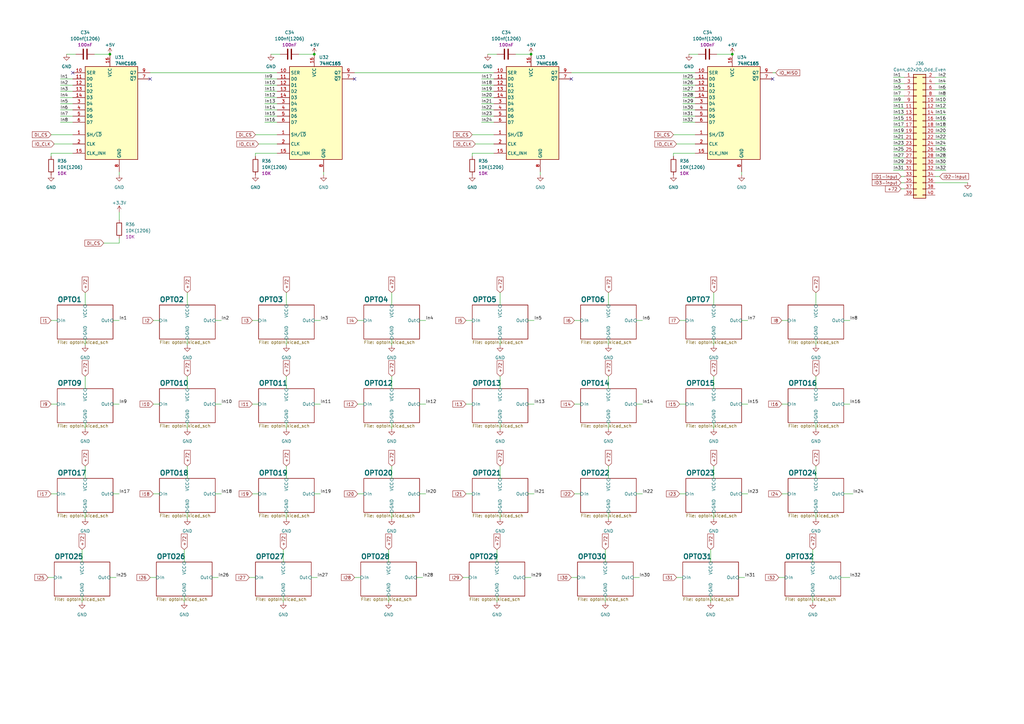
<source format=kicad_sch>
(kicad_sch (version 20230121) (generator eeschema)
  (paper "A3")
  (junction (at 128.905 22.225))
  (junction (at 45.085 22.225))
  (junction (at 217.805 22.225))
  (junction (at 300.355 22.225))
  (no_connect (at 316.865 32.385))
  (no_connect (at 145.415 32.385))
  (no_connect (at 29.845 29.845))
  (no_connect (at 234.315 32.385))
  (no_connect (at 61.595 32.385))
  (wire (pts (xy 75.565 244.475) (xy 75.565 247.015)))
  (wire (pts (xy 108.585 32.385) (xy 113.665 32.385)))
  (wire (pts (xy 383.54 41.91) (xy 387.985 41.91)))
  (wire (pts (xy 88.265 165.735) (xy 90.805 165.735)))
  (wire (pts (xy 235.585 131.445) (xy 238.125 131.445)))
  (wire (pts (xy 291.465 244.475) (xy 291.465 247.015)))
  (wire (pts (xy 366.395 69.85) (xy 370.84 69.85)))
  (wire (pts (xy 280.035 34.925) (xy 285.115 34.925)))
  (wire (pts (xy 304.165 202.565) (xy 306.705 202.565)))
  (wire (pts (xy 294.005 22.225) (xy 300.355 22.225)))
  (wire (pts (xy 117.475 154.305) (xy 117.475 159.385)))
  (wire (pts (xy 260.985 202.565) (xy 263.525 202.565)))
  (wire (pts (xy 20.955 131.445) (xy 23.495 131.445)))
  (wire (pts (xy 366.395 57.15) (xy 370.84 57.15)))
  (wire (pts (xy 20.955 165.735) (xy 23.495 165.735)))
  (wire (pts (xy 46.355 131.445) (xy 48.895 131.445)))
  (wire (pts (xy 48.895 71.755) (xy 48.895 70.485)))
  (wire (pts (xy 249.555 210.185) (xy 249.555 212.725)))
  (wire (pts (xy 280.035 45.085) (xy 285.115 45.085)))
  (wire (pts (xy 383.54 44.45) (xy 387.985 44.45)))
  (wire (pts (xy 259.715 236.855) (xy 262.255 236.855)))
  (wire (pts (xy 280.035 40.005) (xy 285.115 40.005)))
  (wire (pts (xy 34.925 191.135) (xy 34.925 196.215)))
  (wire (pts (xy 249.555 154.305) (xy 249.555 159.385)))
  (wire (pts (xy 346.075 202.565) (xy 349.885 202.565)))
  (wire (pts (xy 117.475 139.065) (xy 117.475 141.605)))
  (wire (pts (xy 108.585 47.625) (xy 113.665 47.625)))
  (wire (pts (xy 346.075 131.445) (xy 348.615 131.445)))
  (wire (pts (xy 113.665 62.865) (xy 104.775 62.865)))
  (wire (pts (xy 383.54 62.23) (xy 387.985 62.23)))
  (wire (pts (xy 127.635 236.855) (xy 130.175 236.855)))
  (wire (pts (xy 197.485 37.465) (xy 202.565 37.465)))
  (wire (pts (xy 19.685 236.855) (xy 22.225 236.855)))
  (wire (pts (xy 260.985 131.445) (xy 263.525 131.445)))
  (wire (pts (xy 27.305 22.225) (xy 31.115 22.225)))
  (wire (pts (xy 334.645 210.185) (xy 334.645 212.725)))
  (wire (pts (xy 276.225 62.865) (xy 276.225 64.135)))
  (wire (pts (xy 128.905 202.565) (xy 131.445 202.565)))
  (wire (pts (xy 146.685 165.735) (xy 149.225 165.735)))
  (wire (pts (xy 383.54 54.61) (xy 387.985 54.61)))
  (wire (pts (xy 24.765 42.545) (xy 29.845 42.545)))
  (wire (pts (xy 234.315 236.855) (xy 236.855 236.855)))
  (wire (pts (xy 61.595 29.845) (xy 113.665 29.845)))
  (wire (pts (xy 249.555 191.135) (xy 249.555 196.215)))
  (wire (pts (xy 172.085 165.735) (xy 174.625 165.735)))
  (wire (pts (xy 34.925 173.355) (xy 34.925 175.895)))
  (wire (pts (xy 216.535 131.445) (xy 219.075 131.445)))
  (wire (pts (xy 24.765 37.465) (xy 29.845 37.465)))
  (wire (pts (xy 221.615 71.755) (xy 221.615 70.485)))
  (wire (pts (xy 302.895 236.855) (xy 305.435 236.855)))
  (wire (pts (xy 366.395 31.75) (xy 370.84 31.75)))
  (wire (pts (xy 75.565 225.425) (xy 75.565 230.505)))
  (wire (pts (xy 205.105 139.065) (xy 205.105 141.605)))
  (wire (pts (xy 62.865 131.445) (xy 65.405 131.445)))
  (wire (pts (xy 172.085 202.565) (xy 174.625 202.565)))
  (wire (pts (xy 116.205 244.475) (xy 116.205 247.015)))
  (wire (pts (xy 235.585 202.565) (xy 238.125 202.565)))
  (wire (pts (xy 334.645 139.065) (xy 334.645 141.605)))
  (wire (pts (xy 189.865 236.855) (xy 192.405 236.855)))
  (wire (pts (xy 170.815 236.855) (xy 173.355 236.855)))
  (wire (pts (xy 292.735 191.135) (xy 292.735 196.215)))
  (wire (pts (xy 108.585 45.085) (xy 113.665 45.085)))
  (wire (pts (xy 205.105 120.015) (xy 205.105 125.095)))
  (wire (pts (xy 76.835 210.185) (xy 76.835 212.725)))
  (wire (pts (xy 383.54 69.85) (xy 387.985 69.85)))
  (wire (pts (xy 122.555 22.225) (xy 128.905 22.225)))
  (wire (pts (xy 278.765 131.445) (xy 281.305 131.445)))
  (wire (pts (xy 145.415 236.855) (xy 147.955 236.855)))
  (wire (pts (xy 88.265 131.445) (xy 90.805 131.445)))
  (wire (pts (xy 203.835 244.475) (xy 203.835 247.015)))
  (wire (pts (xy 108.585 42.545) (xy 113.665 42.545)))
  (wire (pts (xy 366.395 39.37) (xy 370.84 39.37)))
  (wire (pts (xy 202.565 62.865) (xy 193.675 62.865)))
  (wire (pts (xy 45.085 236.855) (xy 47.625 236.855)))
  (wire (pts (xy 205.105 191.135) (xy 205.105 196.215)))
  (wire (pts (xy 197.485 45.085) (xy 202.565 45.085)))
  (wire (pts (xy 383.54 31.75) (xy 387.985 31.75)))
  (wire (pts (xy 383.54 36.83) (xy 387.985 36.83)))
  (wire (pts (xy 128.905 165.735) (xy 131.445 165.735)))
  (wire (pts (xy 197.485 47.625) (xy 202.565 47.625)))
  (wire (pts (xy 334.645 191.135) (xy 334.645 196.215)))
  (wire (pts (xy 46.355 202.565) (xy 48.895 202.565)))
  (wire (pts (xy 46.355 165.735) (xy 48.895 165.735)))
  (wire (pts (xy 34.925 210.185) (xy 34.925 212.725)))
  (wire (pts (xy 160.655 210.185) (xy 160.655 212.725)))
  (wire (pts (xy 197.485 42.545) (xy 202.565 42.545)))
  (wire (pts (xy 366.395 59.69) (xy 370.84 59.69)))
  (wire (pts (xy 24.765 47.625) (xy 29.845 47.625)))
  (wire (pts (xy 366.395 36.83) (xy 370.84 36.83)))
  (wire (pts (xy 280.035 32.385) (xy 285.115 32.385)))
  (wire (pts (xy 160.655 191.135) (xy 160.655 196.215)))
  (wire (pts (xy 369.57 72.39) (xy 370.84 72.39)))
  (wire (pts (xy 193.675 55.245) (xy 202.565 55.245)))
  (wire (pts (xy 366.395 52.07) (xy 370.84 52.07)))
  (wire (pts (xy 249.555 139.065) (xy 249.555 141.605)))
  (wire (pts (xy 280.035 47.625) (xy 285.115 47.625)))
  (wire (pts (xy 292.735 120.015) (xy 292.735 125.095)))
  (wire (pts (xy 62.865 202.565) (xy 65.405 202.565)))
  (wire (pts (xy 369.57 77.47) (xy 370.84 77.47)))
  (wire (pts (xy 194.945 59.055) (xy 202.565 59.055)))
  (wire (pts (xy 205.105 173.355) (xy 205.105 175.895)))
  (wire (pts (xy 346.075 165.735) (xy 348.615 165.735)))
  (wire (pts (xy 48.895 86.995) (xy 48.895 90.17)))
  (wire (pts (xy 383.54 64.77) (xy 387.985 64.77)))
  (wire (pts (xy 334.645 173.355) (xy 334.645 175.895)))
  (wire (pts (xy 203.835 225.425) (xy 203.835 230.505)))
  (wire (pts (xy 280.035 37.465) (xy 285.115 37.465)))
  (wire (pts (xy 369.57 74.93) (xy 370.84 74.93)))
  (wire (pts (xy 106.045 59.055) (xy 113.665 59.055)))
  (wire (pts (xy 215.265 236.855) (xy 217.805 236.855)))
  (wire (pts (xy 319.405 236.855) (xy 321.945 236.855)))
  (wire (pts (xy 277.495 236.855) (xy 280.035 236.855)))
  (wire (pts (xy 234.315 29.845) (xy 285.115 29.845)))
  (wire (pts (xy 320.675 131.445) (xy 323.215 131.445)))
  (wire (pts (xy 103.505 165.735) (xy 106.045 165.735)))
  (wire (pts (xy 249.555 120.015) (xy 249.555 125.095)))
  (wire (pts (xy 104.775 55.245) (xy 113.665 55.245)))
  (wire (pts (xy 76.835 120.015) (xy 76.835 125.095)))
  (wire (pts (xy 86.995 236.855) (xy 89.535 236.855)))
  (wire (pts (xy 383.54 74.93) (xy 396.875 74.93)))
  (wire (pts (xy 20.955 202.565) (xy 23.495 202.565)))
  (wire (pts (xy 248.285 244.475) (xy 248.285 247.015)))
  (wire (pts (xy 320.675 165.735) (xy 323.215 165.735)))
  (wire (pts (xy 102.235 236.855) (xy 104.775 236.855)))
  (wire (pts (xy 383.54 52.07) (xy 387.985 52.07)))
  (wire (pts (xy 76.835 191.135) (xy 76.835 196.215)))
  (wire (pts (xy 76.835 154.305) (xy 76.835 159.385)))
  (wire (pts (xy 197.485 40.005) (xy 202.565 40.005)))
  (wire (pts (xy 304.165 165.735) (xy 306.705 165.735)))
  (wire (pts (xy 34.925 154.305) (xy 34.925 159.385)))
  (wire (pts (xy 291.465 225.425) (xy 291.465 230.505)))
  (wire (pts (xy 48.895 99.695) (xy 48.895 97.79)))
  (wire (pts (xy 76.835 139.065) (xy 76.835 141.605)))
  (wire (pts (xy 111.125 22.225) (xy 114.935 22.225)))
  (wire (pts (xy 108.585 34.925) (xy 113.665 34.925)))
  (wire (pts (xy 24.765 50.165) (xy 29.845 50.165)))
  (wire (pts (xy 366.395 64.77) (xy 370.84 64.77)))
  (wire (pts (xy 88.265 202.565) (xy 90.805 202.565)))
  (wire (pts (xy 172.085 131.445) (xy 174.625 131.445)))
  (wire (pts (xy 191.135 131.445) (xy 193.675 131.445)))
  (wire (pts (xy 285.115 62.865) (xy 276.225 62.865)))
  (wire (pts (xy 280.035 50.165) (xy 285.115 50.165)))
  (wire (pts (xy 292.735 139.065) (xy 292.735 141.605)))
  (wire (pts (xy 42.545 99.695) (xy 48.895 99.695)))
  (wire (pts (xy 320.675 202.565) (xy 323.215 202.565)))
  (wire (pts (xy 260.985 165.735) (xy 263.525 165.735)))
  (wire (pts (xy 366.395 49.53) (xy 370.84 49.53)))
  (wire (pts (xy 197.485 50.165) (xy 202.565 50.165)))
  (wire (pts (xy 383.54 39.37) (xy 387.985 39.37)))
  (wire (pts (xy 383.54 49.53) (xy 387.985 49.53)))
  (wire (pts (xy 278.765 202.565) (xy 281.305 202.565)))
  (wire (pts (xy 159.385 244.475) (xy 159.385 247.015)))
  (wire (pts (xy 235.585 165.735) (xy 238.125 165.735)))
  (wire (pts (xy 344.805 236.855) (xy 348.615 236.855)))
  (wire (pts (xy 108.585 50.165) (xy 113.665 50.165)))
  (wire (pts (xy 211.455 22.225) (xy 217.805 22.225)))
  (wire (pts (xy 117.475 120.015) (xy 117.475 125.095)))
  (wire (pts (xy 316.865 29.845) (xy 318.135 29.845)))
  (wire (pts (xy 34.925 120.015) (xy 34.925 125.095)))
  (wire (pts (xy 22.225 59.055) (xy 29.845 59.055)))
  (wire (pts (xy 366.395 67.31) (xy 370.84 67.31)))
  (wire (pts (xy 116.205 225.425) (xy 116.205 230.505)))
  (wire (pts (xy 117.475 173.355) (xy 117.475 175.895)))
  (wire (pts (xy 197.485 32.385) (xy 202.565 32.385)))
  (wire (pts (xy 193.675 62.865) (xy 193.675 64.135)))
  (wire (pts (xy 160.655 173.355) (xy 160.655 175.895)))
  (wire (pts (xy 108.585 37.465) (xy 113.665 37.465)))
  (wire (pts (xy 216.535 202.565) (xy 219.075 202.565)))
  (wire (pts (xy 383.54 46.99) (xy 387.985 46.99)))
  (wire (pts (xy 366.395 54.61) (xy 370.84 54.61)))
  (wire (pts (xy 276.225 55.245) (xy 285.115 55.245)))
  (wire (pts (xy 61.595 236.855) (xy 64.135 236.855)))
  (wire (pts (xy 366.395 44.45) (xy 370.84 44.45)))
  (wire (pts (xy 24.765 45.085) (xy 29.845 45.085)))
  (wire (pts (xy 132.715 71.755) (xy 132.715 70.485)))
  (wire (pts (xy 103.505 131.445) (xy 106.045 131.445)))
  (wire (pts (xy 33.655 244.475) (xy 33.655 247.015)))
  (wire (pts (xy 278.765 165.735) (xy 281.305 165.735)))
  (wire (pts (xy 160.655 139.065) (xy 160.655 141.605)))
  (wire (pts (xy 282.575 22.225) (xy 286.385 22.225)))
  (wire (pts (xy 383.54 67.31) (xy 387.985 67.31)))
  (wire (pts (xy 292.735 173.355) (xy 292.735 175.895)))
  (wire (pts (xy 33.655 225.425) (xy 33.655 230.505)))
  (wire (pts (xy 366.395 34.29) (xy 370.84 34.29)))
  (wire (pts (xy 146.685 131.445) (xy 149.225 131.445)))
  (wire (pts (xy 366.395 46.99) (xy 370.84 46.99)))
  (wire (pts (xy 20.955 55.245) (xy 29.845 55.245)))
  (wire (pts (xy 334.645 120.015) (xy 334.645 125.095)))
  (wire (pts (xy 383.54 72.39) (xy 385.445 72.39)))
  (wire (pts (xy 20.955 62.865) (xy 20.955 64.135)))
  (wire (pts (xy 333.375 244.475) (xy 333.375 247.015)))
  (wire (pts (xy 383.54 59.69) (xy 387.985 59.69)))
  (wire (pts (xy 117.475 210.185) (xy 117.475 212.725)))
  (wire (pts (xy 334.645 154.305) (xy 334.645 159.385)))
  (wire (pts (xy 249.555 173.355) (xy 249.555 175.895)))
  (wire (pts (xy 248.285 225.425) (xy 248.285 230.505)))
  (wire (pts (xy 383.54 34.29) (xy 387.985 34.29)))
  (wire (pts (xy 304.165 71.755) (xy 304.165 70.485)))
  (wire (pts (xy 304.165 131.445) (xy 306.705 131.445)))
  (wire (pts (xy 29.845 62.865) (xy 20.955 62.865)))
  (wire (pts (xy 38.735 22.225) (xy 45.085 22.225)))
  (wire (pts (xy 205.105 154.305) (xy 205.105 159.385)))
  (wire (pts (xy 280.035 42.545) (xy 285.115 42.545)))
  (wire (pts (xy 117.475 191.135) (xy 117.475 196.215)))
  (wire (pts (xy 24.765 32.385) (xy 29.845 32.385)))
  (wire (pts (xy 34.925 139.065) (xy 34.925 141.605)))
  (wire (pts (xy 104.775 62.865) (xy 104.775 64.135)))
  (wire (pts (xy 103.505 202.565) (xy 106.045 202.565)))
  (wire (pts (xy 216.535 165.735) (xy 219.075 165.735)))
  (wire (pts (xy 366.395 41.91) (xy 370.84 41.91)))
  (wire (pts (xy 383.54 57.15) (xy 387.985 57.15)))
  (wire (pts (xy 160.655 120.015) (xy 160.655 125.095)))
  (wire (pts (xy 292.735 210.185) (xy 292.735 212.725)))
  (wire (pts (xy 145.415 29.845) (xy 202.565 29.845)))
  (wire (pts (xy 24.765 34.925) (xy 29.845 34.925)))
  (wire (pts (xy 76.835 173.355) (xy 76.835 175.895)))
  (wire (pts (xy 191.135 202.565) (xy 193.675 202.565)))
  (wire (pts (xy 160.655 154.305) (xy 160.655 159.385)))
  (wire (pts (xy 146.685 202.565) (xy 149.225 202.565)))
  (wire (pts (xy 24.765 40.005) (xy 29.845 40.005)))
  (wire (pts (xy 333.375 225.425) (xy 333.375 230.505)))
  (wire (pts (xy 205.105 210.185) (xy 205.105 212.725)))
  (wire (pts (xy 108.585 40.005) (xy 113.665 40.005)))
  (wire (pts (xy 62.865 165.735) (xy 65.405 165.735)))
  (wire (pts (xy 128.905 131.445) (xy 131.445 131.445)))
  (wire (pts (xy 200.025 22.225) (xy 203.835 22.225)))
  (wire (pts (xy 292.735 154.305) (xy 292.735 159.385)))
  (wire (pts (xy 197.485 34.925) (xy 202.565 34.925)))
  (wire (pts (xy 191.135 165.735) (xy 193.675 165.735)))
  (wire (pts (xy 159.385 225.425) (xy 159.385 230.505)))
  (wire (pts (xy 277.495 59.055) (xy 285.115 59.055)))
  (wire (pts (xy 366.395 62.23) (xy 370.84 62.23)))
  (label "In32" (at 280.035 50.165 0))
  (label "In23" (at 306.705 202.565 0))
  (label "In17" (at 48.895 202.565 0))
  (label "In30" (at 387.985 67.31 180))
  (label "In29" (at 280.035 42.545 0))
  (label "In14" (at 108.585 45.085 0))
  (label "In14" (at 263.525 165.735 0))
  (label "In6" (at 387.985 36.83 180))
  (label "In28" (at 280.035 40.005 0))
  (label "In9" (at 366.395 41.91 0))
  (label "In23" (at 366.395 59.69 0))
  (label "In28" (at 387.985 64.77 180))
  (label "In27" (at 130.175 236.855 0))
  (label "In1" (at 366.395 31.75 0))
  (label "In13" (at 366.395 46.99 0))
  (label "In16" (at 387.985 49.53 180))
  (label "In4" (at 24.765 40.005 0))
  (label "In25" (at 280.035 32.385 0))
  (label "In30" (at 262.255 236.855 0))
  (label "In6" (at 24.765 45.085 0))
  (label "In7" (at 366.395 39.37 0))
  (label "In20" (at 197.485 40.005 0))
  (label "In29" (at 217.805 236.855 0))
  (label "In8" (at 387.985 39.37 180))
  (label "In32" (at 348.615 236.855 0))
  (label "In5" (at 219.075 131.445 0))
  (label "In3" (at 24.765 37.465 0))
  (label "In23" (at 197.485 47.625 0))
  (label "In14" (at 387.985 46.99 180))
  (label "In1" (at 24.765 32.385 0))
  (label "In12" (at 108.585 40.005 0))
  (label "In11" (at 108.585 37.465 0))
  (label "In18" (at 197.485 34.925 0))
  (label "In16" (at 108.585 50.165 0))
  (label "In11" (at 131.445 165.735 0))
  (label "In26" (at 89.535 236.855 0))
  (label "In31" (at 280.035 47.625 0))
  (label "In8" (at 348.615 131.445 0))
  (label "In15" (at 108.585 47.625 0))
  (label "In2" (at 90.805 131.445 0))
  (label "In12" (at 174.625 165.735 0))
  (label "In24" (at 197.485 50.165 0))
  (label "In9" (at 48.895 165.735 0))
  (label "In18" (at 90.805 202.565 0))
  (label "In8" (at 24.765 50.165 0))
  (label "In20" (at 387.985 54.61 180))
  (label "In16" (at 348.615 165.735 0))
  (label "In22" (at 197.485 45.085 0))
  (label "In27" (at 280.035 37.465 0))
  (label "In22" (at 263.525 202.565 0))
  (label "In11" (at 366.395 44.45 0))
  (label "In2" (at 387.985 31.75 180))
  (label "In12" (at 387.985 44.45 180))
  (label "In10" (at 90.805 165.735 0))
  (label "In7" (at 24.765 47.625 0))
  (label "In18" (at 387.985 52.07 180))
  (label "In32" (at 387.985 69.85 180))
  (label "In21" (at 197.485 42.545 0))
  (label "In26" (at 280.035 34.925 0))
  (label "In26" (at 387.985 62.23 180))
  (label "In17" (at 197.485 32.385 0))
  (label "In25" (at 366.395 62.23 0))
  (label "In13" (at 108.585 42.545 0))
  (label "In9" (at 108.585 32.385 0))
  (label "In19" (at 131.445 202.565 0))
  (label "In31" (at 366.395 69.85 0))
  (label "In3" (at 366.395 34.29 0))
  (label "In4" (at 387.985 34.29 180))
  (label "In2" (at 24.765 34.925 0))
  (label "In15" (at 306.705 165.735 0))
  (label "In7" (at 306.705 131.445 0))
  (label "In30" (at 280.035 45.085 0))
  (label "In3" (at 131.445 131.445 0))
  (label "In10" (at 387.985 41.91 180))
  (label "In19" (at 366.395 54.61 0))
  (label "In29" (at 366.395 67.31 0))
  (label "In25" (at 47.625 236.855 0))
  (label "In28" (at 173.355 236.855 0))
  (label "In21" (at 219.075 202.565 0))
  (label "In24" (at 387.985 59.69 180))
  (label "In13" (at 219.075 165.735 0))
  (label "In10" (at 108.585 34.925 0))
  (label "In27" (at 366.395 64.77 0))
  (label "In31" (at 305.435 236.855 0))
  (label "In4" (at 174.625 131.445 0))
  (label "In22" (at 387.985 57.15 180))
  (label "In1" (at 48.895 131.445 0))
  (label "In6" (at 263.525 131.445 0))
  (label "In19" (at 197.485 37.465 0))
  (label "In15" (at 366.395 49.53 0))
  (label "In20" (at 174.625 202.565 0))
  (label "In17" (at 366.395 52.07 0))
  (label "In21" (at 366.395 57.15 0))
  (label "In24" (at 349.885 202.565 0))
  (label "In5" (at 24.765 42.545 0))
  (label "In5" (at 366.395 36.83 0))
  (global_label "+72" (shape input) (at 334.645 191.135 90) (property "Intersheetrefs" "${INTERSHEET_REFS}" (effects hide)))
  (global_label "I29" (shape input) (at 189.865 236.855 180) (property "Intersheetrefs" "${INTERSHEET_REFS}" (effects hide)))
  (global_label "I4" (shape input) (at 146.685 131.445 180) (property "Intersheetrefs" "${INTERSHEET_REFS}" (effects hide)))
  (global_label "+72" (shape input) (at 160.655 120.015 90) (property "Intersheetrefs" "${INTERSHEET_REFS}" (effects hide)))
  (global_label "+72" (shape input) (at 333.375 225.425 90) (property "Intersheetrefs" "${INTERSHEET_REFS}" (effects hide)))
  (global_label "I12" (shape input) (at 146.685 165.735 180) (property "Intersheetrefs" "${INTERSHEET_REFS}" (effects hide)))
  (global_label "+72" (shape input) (at 292.735 154.305 90) (property "Intersheetrefs" "${INTERSHEET_REFS}" (effects hide)))
  (global_label "+72" (shape input) (at 116.205 225.425 90) (property "Intersheetrefs" "${INTERSHEET_REFS}" (effects hide)))
  (global_label "I8" (shape input) (at 320.675 131.445 180) (property "Intersheetrefs" "${INTERSHEET_REFS}" (effects hide)))
  (global_label "I19" (shape input) (at 103.505 202.565 180) (property "Intersheetrefs" "${INTERSHEET_REFS}" (effects hide)))
  (global_label "I30" (shape input) (at 234.315 236.855 180) (property "Intersheetrefs" "${INTERSHEET_REFS}" (effects hide)))
  (global_label "I31" (shape input) (at 277.495 236.855 180) (property "Intersheetrefs" "${INTERSHEET_REFS}" (effects hide)))
  (global_label "+72" (shape input) (at 160.655 191.135 90) (property "Intersheetrefs" "${INTERSHEET_REFS}" (effects hide)))
  (global_label "ID2-input" (shape input) (at 385.445 72.39 0) (property "Intersheetrefs" "${INTERSHEET_REFS}" (effects hide)))
  (global_label "I3" (shape input) (at 103.505 131.445 180) (property "Intersheetrefs" "${INTERSHEET_REFS}" (effects hide)))
  (global_label "I6" (shape input) (at 235.585 131.445 180) (property "Intersheetrefs" "${INTERSHEET_REFS}" (effects hide)))
  (global_label "+72" (shape input) (at 33.655 225.425 90) (property "Intersheetrefs" "${INTERSHEET_REFS}" (effects hide)))
  (global_label "+72" (shape input) (at 205.105 120.015 90) (property "Intersheetrefs" "${INTERSHEET_REFS}" (effects hide)))
  (global_label "I23" (shape input) (at 278.765 202.565 180) (property "Intersheetrefs" "${INTERSHEET_REFS}" (effects hide)))
  (global_label "+72" (shape input) (at 34.925 191.135 90) (property "Intersheetrefs" "${INTERSHEET_REFS}" (effects hide)))
  (global_label "+72" (shape input) (at 203.835 225.425 90) (property "Intersheetrefs" "${INTERSHEET_REFS}" (effects hide)))
  (global_label "+72" (shape input) (at 249.555 120.015 90) (property "Intersheetrefs" "${INTERSHEET_REFS}" (effects hide)))
  (global_label "I21" (shape input) (at 191.135 202.565 180) (property "Intersheetrefs" "${INTERSHEET_REFS}" (effects hide)))
  (global_label "I25" (shape input) (at 19.685 236.855 180) (property "Intersheetrefs" "${INTERSHEET_REFS}" (effects hide)))
  (global_label "I27" (shape input) (at 102.235 236.855 180) (property "Intersheetrefs" "${INTERSHEET_REFS}" (effects hide)))
  (global_label "+72" (shape input) (at 34.925 154.305 90) (property "Intersheetrefs" "${INTERSHEET_REFS}" (effects hide)))
  (global_label "+72" (shape input) (at 291.465 225.425 90) (property "Intersheetrefs" "${INTERSHEET_REFS}" (effects hide)))
  (global_label "I32" (shape input) (at 319.405 236.855 180) (property "Intersheetrefs" "${INTERSHEET_REFS}" (effects hide)))
  (global_label "I1" (shape input) (at 20.955 131.445 180) (property "Intersheetrefs" "${INTERSHEET_REFS}" (effects hide)))
  (global_label "I11" (shape input) (at 103.505 165.735 180) (property "Intersheetrefs" "${INTERSHEET_REFS}" (effects hide)))
  (global_label "+72" (shape input) (at 334.645 120.015 90) (property "Intersheetrefs" "${INTERSHEET_REFS}" (effects hide)))
  (global_label "DI_CS" (shape input) (at 276.225 55.245 180) (property "Intersheetrefs" "${INTERSHEET_REFS}" (effects hide)))
  (global_label "I16" (shape input) (at 320.675 165.735 180) (property "Intersheetrefs" "${INTERSHEET_REFS}" (effects hide)))
  (global_label "I15" (shape input) (at 278.765 165.735 180) (property "Intersheetrefs" "${INTERSHEET_REFS}" (effects hide)))
  (global_label "DI_CS" (shape input) (at 193.675 55.245 180) (property "Intersheetrefs" "${INTERSHEET_REFS}" (effects hide)))
  (global_label "I17" (shape input) (at 20.955 202.565 180) (property "Intersheetrefs" "${INTERSHEET_REFS}" (effects hide)))
  (global_label "I2" (shape input) (at 62.865 131.445 180) (property "Intersheetrefs" "${INTERSHEET_REFS}" (effects hide)))
  (global_label "I22" (shape input) (at 235.585 202.565 180) (property "Intersheetrefs" "${INTERSHEET_REFS}" (effects hide)))
  (global_label "+72" (shape input) (at 117.475 120.015 90) (property "Intersheetrefs" "${INTERSHEET_REFS}" (effects hide)))
  (global_label "IO_CLK" (shape input) (at 194.945 59.055 180) (property "Intersheetrefs" "${INTERSHEET_REFS}" (effects hide)))
  (global_label "+72" (shape input) (at 76.835 154.305 90) (property "Intersheetrefs" "${INTERSHEET_REFS}" (effects hide)))
  (global_label "+72" (shape input) (at 249.555 191.135 90) (property "Intersheetrefs" "${INTERSHEET_REFS}" (effects hide)))
  (global_label "+72" (shape input) (at 159.385 225.425 90) (property "Intersheetrefs" "${INTERSHEET_REFS}" (effects hide)))
  (global_label "+72" (shape input) (at 76.835 191.135 90) (property "Intersheetrefs" "${INTERSHEET_REFS}" (effects hide)))
  (global_label "+72" (shape input) (at 249.555 154.305 90) (property "Intersheetrefs" "${INTERSHEET_REFS}" (effects hide)))
  (global_label "+72" (shape input) (at 292.735 191.135 90) (property "Intersheetrefs" "${INTERSHEET_REFS}" (effects hide)))
  (global_label "+72" (shape input) (at 205.105 154.305 90) (property "Intersheetrefs" "${INTERSHEET_REFS}" (effects hide)))
  (global_label "+72" (shape input) (at 117.475 154.305 90) (property "Intersheetrefs" "${INTERSHEET_REFS}" (effects hide)))
  (global_label "IO_MISO" (shape input) (at 318.135 29.845 0) (property "Intersheetrefs" "${INTERSHEET_REFS}" (effects hide)))
  (global_label "ID1-input" (shape input) (at 369.57 72.39 180) (property "Intersheetrefs" "${INTERSHEET_REFS}" (effects hide)))
  (global_label "+72" (shape input) (at 160.655 154.305 90) (property "Intersheetrefs" "${INTERSHEET_REFS}" (effects hide)))
  (global_label "I14" (shape input) (at 235.585 165.735 180) (property "Intersheetrefs" "${INTERSHEET_REFS}" (effects hide)))
  (global_label "I24" (shape input) (at 320.675 202.565 180) (property "Intersheetrefs" "${INTERSHEET_REFS}" (effects hide)))
  (global_label "I18" (shape input) (at 62.865 202.565 180) (property "Intersheetrefs" "${INTERSHEET_REFS}" (effects hide)))
  (global_label "DI_CS" (shape input) (at 42.545 99.695 180) (property "Intersheetrefs" "${INTERSHEET_REFS}" (effects hide)))
  (global_label "I10" (shape input) (at 62.865 165.735 180) (property "Intersheetrefs" "${INTERSHEET_REFS}" (effects hide)))
  (global_label "+72" (shape input) (at 76.835 120.015 90) (property "Intersheetrefs" "${INTERSHEET_REFS}" (effects hide)))
  (global_label "IO_CLK" (shape input) (at 106.045 59.055 180) (property "Intersheetrefs" "${INTERSHEET_REFS}" (effects hide)))
  (global_label "I5" (shape input) (at 191.135 131.445 180) (property "Intersheetrefs" "${INTERSHEET_REFS}" (effects hide)))
  (global_label "I13" (shape input) (at 191.135 165.735 180) (property "Intersheetrefs" "${INTERSHEET_REFS}" (effects hide)))
  (global_label "+72" (shape input) (at 205.105 191.135 90) (property "Intersheetrefs" "${INTERSHEET_REFS}" (effects hide)))
  (global_label "+72" (shape input) (at 369.57 77.47 180) (property "Intersheetrefs" "${INTERSHEET_REFS}" (effects hide)))
  (global_label "I28" (shape input) (at 145.415 236.855 180) (property "Intersheetrefs" "${INTERSHEET_REFS}" (effects hide)))
  (global_label "+72" (shape input) (at 34.925 120.015 90) (property "Intersheetrefs" "${INTERSHEET_REFS}" (effects hide)))
  (global_label "DI_CS" (shape input) (at 104.775 55.245 180) (property "Intersheetrefs" "${INTERSHEET_REFS}" (effects hide)))
  (global_label "+72" (shape input) (at 75.565 225.425 90) (property "Intersheetrefs" "${INTERSHEET_REFS}" (effects hide)))
  (global_label "I26" (shape input) (at 61.595 236.855 180) (property "Intersheetrefs" "${INTERSHEET_REFS}" (effects hide)))
  (global_label "I9" (shape input) (at 20.955 165.735 180) (property "Intersheetrefs" "${INTERSHEET_REFS}" (effects hide)))
  (global_label "+72" (shape input) (at 334.645 154.305 90) (property "Intersheetrefs" "${INTERSHEET_REFS}" (effects hide)))
  (global_label "I7" (shape input) (at 278.765 131.445 180) (property "Intersheetrefs" "${INTERSHEET_REFS}" (effects hide)))
  (global_label "+72" (shape input) (at 117.475 191.135 90) (property "Intersheetrefs" "${INTERSHEET_REFS}" (effects hide)))
  (global_label "IO_CLK" (shape input) (at 277.495 59.055 180) (property "Intersheetrefs" "${INTERSHEET_REFS}" (effects hide)))
  (global_label "DI_CS" (shape input) (at 20.955 55.245 180) (property "Intersheetrefs" "${INTERSHEET_REFS}" (effects hide)))
  (global_label "I20" (shape input) (at 146.685 202.565 180) (property "Intersheetrefs" "${INTERSHEET_REFS}" (effects hide)))
  (global_label "+72" (shape input) (at 292.735 120.015 90) (property "Intersheetrefs" "${INTERSHEET_REFS}" (effects hide)))
  (global_label "ID3-input" (shape input) (at 369.57 74.93 180) (property "Intersheetrefs" "${INTERSHEET_REFS}" (effects hide)))
  (global_label "+72" (shape input) (at 248.285 225.425 90) (property "Intersheetrefs" "${INTERSHEET_REFS}" (effects hide)))
  (global_label "IO_CLK" (shape input) (at 22.225 59.055 180) (property "Intersheetrefs" "${INTERSHEET_REFS}" (effects hide)))
  (symbol (lib_id "power:GND") (at 160.655 175.895 0) (unit 1)
    (property "Reference" "#PWR090" (effects hide))
    (property "Value" "GND" (at 160.655 180.975 0))
    (instances (project "tester" (path "" (reference "#PWR090") (unit 1)) (path "" (reference "#PWR0325") (unit 1))))
  )
  (symbol (lib_id "MLC_K7:100nf(1206)") (at 118.745 22.225 90) (unit 1)
    (property "Reference" "C34" (at 118.745 13.335 90))
    (property "Value" "100nf(1206)" (at 118.745 15.875 90))
    (property "Footprint" "Capacitor_SMD:C_1206_3216Metric_Pad1.33x1.80mm_HandSolder" (effects hide))
    (property "Datasheet" "${KIGIT}/Datasheets/mlcc_automotive_soft_en.pdf" (effects hide))
    (property "MLC Code" "MLCEL12237392" (effects hide))
    (property "Manufacturer" "TDK" (effects hide))
    (property "MPN" "CGA5L2X7R2A104K160AE" (effects hide))
    (property "Main Value" "100nF" (at 118.745 18.415 90))
    (instances (project "tester" (path "" (reference "C34") (unit 1)) (path "" (reference "C89") (unit 1))))
  )
  (symbol (lib_id "power:GND") (at 205.105 141.605 0) (unit 1)
    (property "Reference" "#PWR090" (effects hide))
    (property "Value" "GND" (at 205.105 146.685 0))
    (instances (project "tester" (path "" (reference "#PWR090") (unit 1)) (path "" (reference "#PWR0330") (unit 1))))
  )
  (symbol (lib_id "power:GND") (at 117.475 212.725 0) (unit 1)
    (property "Reference" "#PWR090" (effects hide))
    (property "Value" "GND" (at 117.475 217.805 0))
    (instances (project "tester" (path "" (reference "#PWR090") (unit 1)) (path "" (reference "#PWR0320") (unit 1))))
  )
  (symbol (lib_id "power:GND") (at 292.735 212.725 0) (unit 1)
    (property "Reference" "#PWR090" (effects hide))
    (property "Value" "GND" (at 292.735 217.805 0))
    (instances (project "tester" (path "" (reference "#PWR090") (unit 1)) (path "" (reference "#PWR0344") (unit 1))))
  )
  (symbol (lib_id "MLC_K7:10K(1206)") (at 48.895 93.98 0) (unit 1)
    (property "Reference" "R36" (at 51.435 92.075 0) (effects (justify left)))
    (property "Value" "10K(1206)" (at 51.435 94.615 0) (effects (justify left)))
    (property "Footprint" "Resistor_SMD:R_1206_3216Metric_Pad1.30x1.75mm_HandSolder" (effects hide))
    (property "Datasheet" "${KIGIT}/Datasheets/RN73R-1840156.pdf" (effects hide))
    (property "MLC Code" "MLCEL12237631" (effects hide))
    (property "Manufacturer" "KOA Speer Electronics, Inc." (effects hide))
    (property "MPN" "RN73R2BTTD1002F25" (effects hide))
    (property "Main Value" "10K" (at 51.435 97.155 0) (effects (justify left)))
    (instances (project "tester" (path "" (reference "R36") (unit 1)) (path "" (reference "R456") (unit 1))))
  )
  (symbol (lib_id "power:GND") (at 205.105 175.895 0) (unit 1)
    (property "Reference" "#PWR090" (effects hide))
    (property "Value" "GND" (at 205.105 180.975 0))
    (instances (project "tester" (path "" (reference "#PWR090") (unit 1)) (path "" (reference "#PWR0331") (unit 1))))
  )
  (symbol (lib_id "power:+3.3V") (at 48.895 86.995 0) (unit 1)
    (property "Reference" "#PWR020" (effects hide))
    (property "Value" "+3.3V" (at 48.895 83.185 0))
    (instances (project "tester" (path "" (reference "#PWR020") (unit 1)) (path "" (reference "#PWR0391") (unit 1)) (path "" (reference "#PWR0388") (unit 1))))
  )
  (symbol (lib_id "power:GND") (at 20.955 71.755 0) (unit 1)
    (property "Reference" "#PWR090" (effects hide))
    (property "Value" "GND" (at 20.955 76.835 0))
    (instances (project "tester" (path "" (reference "#PWR090") (unit 1)) (path "" (reference "#PWR0303") (unit 1))))
  )
  (symbol (lib_id "power:GND") (at 291.465 247.015 0) (unit 1)
    (property "Reference" "#PWR090" (effects hide))
    (property "Value" "GND" (at 291.465 252.095 0))
    (instances (project "tester" (path "" (reference "#PWR090") (unit 1)) (path "" (reference "#PWR0341") (unit 1))))
  )
  (symbol (lib_id "power:GND") (at 76.835 212.725 0) (unit 1)
    (property "Reference" "#PWR090" (effects hide))
    (property "Value" "GND" (at 76.835 217.805 0))
    (instances (project "tester" (path "" (reference "#PWR090") (unit 1)) (path "" (reference "#PWR0314") (unit 1))))
  )
  (symbol (lib_id "MLC_K7:10K(1206)") (at 276.225 67.945 0) (unit 1)
    (property "Reference" "R36" (at 278.765 66.04 0) (effects (justify left)))
    (property "Value" "10K(1206)" (at 278.765 68.58 0) (effects (justify left)))
    (property "Footprint" "Resistor_SMD:R_1206_3216Metric_Pad1.30x1.75mm_HandSolder" (effects hide))
    (property "Datasheet" "${KIGIT}/Datasheets/RN73R-1840156.pdf" (effects hide))
    (property "MLC Code" "MLCEL12237631" (effects hide))
    (property "Manufacturer" "KOA Speer Electronics, Inc." (effects hide))
    (property "MPN" "RN73R2BTTD1002F25" (effects hide))
    (property "Main Value" "10K" (at 278.765 71.12 0) (effects (justify left)))
    (instances (project "tester" (path "" (reference "R36") (unit 1)) (path "" (reference "R101") (unit 1))))
  )
  (symbol (lib_id "power:GND") (at 304.165 71.755 0) (unit 1)
    (property "Reference" "#PWR0346" (effects hide))
    (property "Value" "GND" (at 304.165 76.835 0))
  )
  (symbol (lib_id "MLC_K7:SN74HC165D") (at 126.365 45.085 0) (unit 1)
    (property "Reference" "U32" (at 130.8609 23.495 0) (effects (justify left)))
    (property "Value" "74HC165" (at 130.8609 26.035 0) (effects (font bold) (justify left)))
    (property "Footprint" "Package_SO:SOIC-16_4.55x10.3mm_P1.27mm" (effects hide))
    (property "Datasheet" "${KIGIT}/Datasheets/SN74HC165N-Texas-Instruments.pdf" (effects hide))
    (property "MLC Code" "MLCEL12239865" (effects hide))
    (property "Manufacturer" "Texas Instrument" (effects hide))
    (property "MPN" "SN74HC165D" (effects hide))
    (property "Main Value" "SN74HC165D" (effects hide))
  )
  (symbol (lib_id "MLC_K7:10K(1206)") (at 193.675 67.945 0) (unit 1)
    (property "Reference" "R36" (at 196.215 66.04 0) (effects (justify left)))
    (property "Value" "10K(1206)" (at 196.215 68.58 0) (effects (justify left)))
    (property "Footprint" "Resistor_SMD:R_1206_3216Metric_Pad1.30x1.75mm_HandSolder" (effects hide))
    (property "Datasheet" "${KIGIT}/Datasheets/RN73R-1840156.pdf" (effects hide))
    (property "MLC Code" "MLCEL12237631" (effects hide))
    (property "Manufacturer" "KOA Speer Electronics, Inc." (effects hide))
    (property "MPN" "RN73R2BTTD1002F25" (effects hide))
    (property "Main Value" "10K" (at 196.215 71.12 0) (effects (justify left)))
    (instances (project "tester" (path "" (reference "R36") (unit 1)) (path "" (reference "R100") (unit 1))))
  )
  (symbol (lib_id "power:GND") (at 117.475 175.895 0) (unit 1)
    (property "Reference" "#PWR090" (effects hide))
    (property "Value" "GND" (at 117.475 180.975 0))
    (instances (project "tester" (path "" (reference "#PWR090") (unit 1)) (path "" (reference "#PWR0319") (unit 1))))
  )
  (symbol (lib_id "power:GND") (at 249.555 212.725 0) (unit 1)
    (property "Reference" "#PWR090" (effects hide))
    (property "Value" "GND" (at 249.555 217.805 0))
    (instances (project "tester" (path "" (reference "#PWR090") (unit 1)) (path "" (reference "#PWR0338") (unit 1))))
  )
  (symbol (lib_id "power:GND") (at 159.385 247.015 0) (unit 1)
    (property "Reference" "#PWR090" (effects hide))
    (property "Value" "GND" (at 159.385 252.095 0))
    (instances (project "tester" (path "" (reference "#PWR090") (unit 1)) (path "" (reference "#PWR0323") (unit 1))))
  )
  (symbol (lib_id "power:GND") (at 333.375 247.015 0) (unit 1)
    (property "Reference" "#PWR090" (effects hide))
    (property "Value" "GND" (at 333.375 252.095 0))
    (instances (project "tester" (path "" (reference "#PWR090") (unit 1)) (path "" (reference "#PWR0347") (unit 1))))
  )
  (symbol (lib_id "power:GND") (at 27.305 22.225 0) (unit 1)
    (property "Reference" "#PWR091" (effects hide))
    (property "Value" "GND" (at 27.305 27.305 0))
    (instances (project "tester" (path "" (reference "#PWR091") (unit 1)) (path "" (reference "#PWR0304") (unit 1))))
  )
  (symbol (lib_id "power:GND") (at 221.615 71.755 0) (unit 1)
    (property "Reference" "#PWR0334" (effects hide))
    (property "Value" "GND" (at 221.615 76.835 0))
  )
  (symbol (lib_id "power:GND") (at 160.655 212.725 0) (unit 1)
    (property "Reference" "#PWR090" (effects hide))
    (property "Value" "GND" (at 160.655 217.805 0))
    (instances (project "tester" (path "" (reference "#PWR090") (unit 1)) (path "" (reference "#PWR0326") (unit 1))))
  )
  (symbol (lib_id "power:GND") (at 48.895 71.755 0) (unit 1)
    (property "Reference" "#PWR0310" (effects hide))
    (property "Value" "GND" (at 48.895 76.835 0))
  )
  (symbol (lib_id "power:GND") (at 334.645 175.895 0) (unit 1)
    (property "Reference" "#PWR090" (effects hide))
    (property "Value" "GND" (at 334.645 180.975 0))
    (instances (project "tester" (path "" (reference "#PWR090") (unit 1)) (path "" (reference "#PWR0349") (unit 1))))
  )
  (symbol (lib_id "power:+5V") (at 45.085 22.225 0) (unit 1)
    (property "Reference" "#PWR092" (effects hide))
    (property "Value" "+5V" (at 45.085 18.415 0))
    (instances (project "tester" (path "" (reference "#PWR092") (unit 1)) (path "" (reference "#PWR0309") (unit 1))))
  )
  (symbol (lib_id "power:GND") (at 160.655 141.605 0) (unit 1)
    (property "Reference" "#PWR090" (effects hide))
    (property "Value" "GND" (at 160.655 146.685 0))
    (instances (project "tester" (path "" (reference "#PWR090") (unit 1)) (path "" (reference "#PWR0324") (unit 1))))
  )
  (symbol (lib_id "Connector_Generic:Conn_02x20_Odd_Even") (at 375.92 54.61 0) (unit 1)
    (property "Reference" "J36" (at 377.19 26.035 0))
    (property "Value" "Conn_02x20_Odd_Even" (at 377.19 28.575 0))
    (property "Footprint" "Connector_PinHeader_2.54mm:PinHeader_2x20_P2.54mm_Vertical" (effects hide))
    (instances (project "tester" (path "" (reference "J36") (unit 1)) (path "" (reference "J2") (unit 1))))
  )
  (symbol (lib_id "MLC_K7:SN74HC165D") (at 42.545 45.085 0) (unit 1)
    (property "Reference" "U31" (at 47.0409 23.495 0) (effects (justify left)))
    (property "Value" "74HC165" (at 47.0409 26.035 0) (effects (font bold) (justify left)))
    (property "Footprint" "Package_SO:SOIC-16_4.55x10.3mm_P1.27mm" (effects hide))
    (property "Datasheet" "${KIGIT}/Datasheets/SN74HC165N-Texas-Instruments.pdf" (effects hide))
    (property "MLC Code" "MLCEL12239865" (effects hide))
    (property "Manufacturer" "Texas Instrument" (effects hide))
    (property "MPN" "SN74HC165D" (effects hide))
    (property "Main Value" "SN74HC165D" (effects hide))
  )
  (symbol (lib_id "power:GND") (at 334.645 141.605 0) (unit 1)
    (property "Reference" "#PWR090" (effects hide))
    (property "Value" "GND" (at 334.645 146.685 0))
    (instances (project "tester" (path "" (reference "#PWR090") (unit 1)) (path "" (reference "#PWR0348") (unit 1))))
  )
  (symbol (lib_id "power:GND") (at 249.555 141.605 0) (unit 1)
    (property "Reference" "#PWR090" (effects hide))
    (property "Value" "GND" (at 249.555 146.685 0))
    (instances (project "tester" (path "" (reference "#PWR090") (unit 1)) (path "" (reference "#PWR0336") (unit 1))))
  )
  (symbol (lib_id "power:GND") (at 104.775 71.755 0) (unit 1)
    (property "Reference" "#PWR090" (effects hide))
    (property "Value" "GND" (at 104.775 76.835 0))
    (instances (project "tester" (path "" (reference "#PWR090") (unit 1)) (path "" (reference "#PWR0315") (unit 1))))
  )
  (symbol (lib_id "power:GND") (at 34.925 175.895 0) (unit 1)
    (property "Reference" "#PWR090" (effects hide))
    (property "Value" "GND" (at 34.925 180.975 0))
    (instances (project "tester" (path "" (reference "#PWR090") (unit 1)) (path "" (reference "#PWR0307") (unit 1))))
  )
  (symbol (lib_id "power:GND") (at 117.475 141.605 0) (unit 1)
    (property "Reference" "#PWR090" (effects hide))
    (property "Value" "GND" (at 117.475 146.685 0))
    (instances (project "tester" (path "" (reference "#PWR090") (unit 1)) (path "" (reference "#PWR0318") (unit 1))))
  )
  (symbol (lib_id "power:GND") (at 292.735 141.605 0) (unit 1)
    (property "Reference" "#PWR090" (effects hide))
    (property "Value" "GND" (at 292.735 146.685 0))
    (instances (project "tester" (path "" (reference "#PWR090") (unit 1)) (path "" (reference "#PWR0342") (unit 1))))
  )
  (symbol (lib_id "power:GND") (at 34.925 141.605 0) (unit 1)
    (property "Reference" "#PWR090" (effects hide))
    (property "Value" "GND" (at 34.925 146.685 0))
    (instances (project "tester" (path "" (reference "#PWR090") (unit 1)) (path "" (reference "#PWR0306") (unit 1))))
  )
  (symbol (lib_id "MLC_K7:SN74HC165D") (at 215.265 45.085 0) (unit 1)
    (property "Reference" "U33" (at 219.7609 23.495 0) (effects (justify left)))
    (property "Value" "74HC165" (at 219.7609 26.035 0) (effects (font bold) (justify left)))
    (property "Footprint" "Package_SO:SOIC-16_4.55x10.3mm_P1.27mm" (effects hide))
    (property "Datasheet" "${KIGIT}/Datasheets/SN74HC165N-Texas-Instruments.pdf" (effects hide))
    (property "MLC Code" "MLCEL12239865" (effects hide))
    (property "Manufacturer" "Texas Instrument" (effects hide))
    (property "MPN" "SN74HC165D" (effects hide))
    (property "Main Value" "SN74HC165D" (effects hide))
  )
  (symbol (lib_id "MLC_K7:10K(1206)") (at 104.775 67.945 0) (unit 1)
    (property "Reference" "R36" (at 107.315 66.04 0) (effects (justify left)))
    (property "Value" "10K(1206)" (at 107.315 68.58 0) (effects (justify left)))
    (property "Footprint" "Resistor_SMD:R_1206_3216Metric_Pad1.30x1.75mm_HandSolder" (effects hide))
    (property "Datasheet" "${KIGIT}/Datasheets/RN73R-1840156.pdf" (effects hide))
    (property "MLC Code" "MLCEL12237631" (effects hide))
    (property "Manufacturer" "KOA Speer Electronics, Inc." (effects hide))
    (property "MPN" "RN73R2BTTD1002F25" (effects hide))
    (property "Main Value" "10K" (at 107.315 71.12 0) (effects (justify left)))
    (instances (project "tester" (path "" (reference "R36") (unit 1)) (path "" (reference "R99") (unit 1))))
  )
  (symbol (lib_id "power:GND") (at 111.125 22.225 0) (unit 1)
    (property "Reference" "#PWR091" (effects hide))
    (property "Value" "GND" (at 111.125 27.305 0))
    (instances (project "tester" (path "" (reference "#PWR091") (unit 1)) (path "" (reference "#PWR0316") (unit 1))))
  )
  (symbol (lib_id "MLC_K7:100nf(1206)") (at 290.195 22.225 90) (unit 1)
    (property "Reference" "C34" (at 290.195 13.335 90))
    (property "Value" "100nf(1206)" (at 290.195 15.875 90))
    (property "Footprint" "Capacitor_SMD:C_1206_3216Metric_Pad1.33x1.80mm_HandSolder" (effects hide))
    (property "Datasheet" "${KIGIT}/Datasheets/mlcc_automotive_soft_en.pdf" (effects hide))
    (property "MLC Code" "MLCEL12237392" (effects hide))
    (property "Manufacturer" "TDK" (effects hide))
    (property "MPN" "CGA5L2X7R2A104K160AE" (effects hide))
    (property "Main Value" "100nF" (at 290.195 18.415 90))
    (instances (project "tester" (path "" (reference "C34") (unit 1)) (path "" (reference "C91") (unit 1))))
  )
  (symbol (lib_id "power:GND") (at 33.655 247.015 0) (unit 1)
    (property "Reference" "#PWR090" (effects hide))
    (property "Value" "GND" (at 33.655 252.095 0))
    (instances (project "tester" (path "" (reference "#PWR090") (unit 1)) (path "" (reference "#PWR0305") (unit 1))))
  )
  (symbol (lib_id "power:GND") (at 132.715 71.755 0) (unit 1)
    (property "Reference" "#PWR0322" (effects hide))
    (property "Value" "GND" (at 132.715 76.835 0))
  )
  (symbol (lib_id "power:GND") (at 193.675 71.755 0) (unit 1)
    (property "Reference" "#PWR090" (effects hide))
    (property "Value" "GND" (at 193.675 76.835 0))
    (instances (project "tester" (path "" (reference "#PWR090") (unit 1)) (path "" (reference "#PWR0327") (unit 1))))
  )
  (symbol (lib_id "power:+5V") (at 300.355 22.225 0) (unit 1)
    (property "Reference" "#PWR092" (effects hide))
    (property "Value" "+5V" (at 300.355 18.415 0))
    (instances (project "tester" (path "" (reference "#PWR092") (unit 1)) (path "" (reference "#PWR0345") (unit 1))))
  )
  (symbol (lib_id "power:GND") (at 76.835 175.895 0) (unit 1)
    (property "Reference" "#PWR090" (effects hide))
    (property "Value" "GND" (at 76.835 180.975 0))
    (instances (project "tester" (path "" (reference "#PWR090") (unit 1)) (path "" (reference "#PWR0313") (unit 1))))
  )
  (symbol (lib_id "power:GND") (at 282.575 22.225 0) (unit 1)
    (property "Reference" "#PWR091" (effects hide))
    (property "Value" "GND" (at 282.575 27.305 0))
    (instances (project "tester" (path "" (reference "#PWR091") (unit 1)) (path "" (reference "#PWR0340") (unit 1))))
  )
  (symbol (lib_id "power:GND") (at 76.835 141.605 0) (unit 1)
    (property "Reference" "#PWR090" (effects hide))
    (property "Value" "GND" (at 76.835 146.685 0))
    (instances (project "tester" (path "" (reference "#PWR090") (unit 1)) (path "" (reference "#PWR0312") (unit 1))))
  )
  (symbol (lib_id "power:GND") (at 75.565 247.015 0) (unit 1)
    (property "Reference" "#PWR090" (effects hide))
    (property "Value" "GND" (at 75.565 252.095 0))
    (instances (project "tester" (path "" (reference "#PWR090") (unit 1)) (path "" (reference "#PWR0311") (unit 1))))
  )
  (symbol (lib_id "power:GND") (at 203.835 247.015 0) (unit 1)
    (property "Reference" "#PWR090" (effects hide))
    (property "Value" "GND" (at 203.835 252.095 0))
    (instances (project "tester" (path "" (reference "#PWR090") (unit 1)) (path "" (reference "#PWR0329") (unit 1))))
  )
  (symbol (lib_id "power:GND") (at 200.025 22.225 0) (unit 1)
    (property "Reference" "#PWR091" (effects hide))
    (property "Value" "GND" (at 200.025 27.305 0))
    (instances (project "tester" (path "" (reference "#PWR091") (unit 1)) (path "" (reference "#PWR0328") (unit 1))))
  )
  (symbol (lib_id "power:+5V") (at 217.805 22.225 0) (unit 1)
    (property "Reference" "#PWR092" (effects hide))
    (property "Value" "+5V" (at 217.805 18.415 0))
    (instances (project "tester" (path "" (reference "#PWR092") (unit 1)) (path "" (reference "#PWR0333") (unit 1))))
  )
  (symbol (lib_id "power:GND") (at 116.205 247.015 0) (unit 1)
    (property "Reference" "#PWR090" (effects hide))
    (property "Value" "GND" (at 116.205 252.095 0))
    (instances (project "tester" (path "" (reference "#PWR090") (unit 1)) (path "" (reference "#PWR0317") (unit 1))))
  )
  (symbol (lib_id "power:GND") (at 276.225 71.755 0) (unit 1)
    (property "Reference" "#PWR090" (effects hide))
    (property "Value" "GND" (at 276.225 76.835 0))
    (instances (project "tester" (path "" (reference "#PWR090") (unit 1)) (path "" (reference "#PWR0339") (unit 1))))
  )
  (symbol (lib_id "power:GND") (at 334.645 212.725 0) (unit 1)
    (property "Reference" "#PWR090" (effects hide))
    (property "Value" "GND" (at 334.645 217.805 0))
    (instances (project "tester" (path "" (reference "#PWR090") (unit 1)) (path "" (reference "#PWR0350") (unit 1))))
  )
  (symbol (lib_id "MLC_K7:100nf(1206)") (at 207.645 22.225 90) (unit 1)
    (property "Reference" "C34" (at 207.645 13.335 90))
    (property "Value" "100nf(1206)" (at 207.645 15.875 90))
    (property "Footprint" "Capacitor_SMD:C_1206_3216Metric_Pad1.33x1.80mm_HandSolder" (effects hide))
    (property "Datasheet" "${KIGIT}/Datasheets/mlcc_automotive_soft_en.pdf" (effects hide))
    (property "MLC Code" "MLCEL12237392" (effects hide))
    (property "Manufacturer" "TDK" (effects hide))
    (property "MPN" "CGA5L2X7R2A104K160AE" (effects hide))
    (property "Main Value" "100nF" (at 207.645 18.415 90))
    (instances (project "tester" (path "" (reference "C34") (unit 1)) (path "" (reference "C90") (unit 1))))
  )
  (symbol (lib_id "power:GND") (at 396.875 74.93 0) (unit 1)
    (property "Reference" "#PWR0351" (effects hide))
    (property "Value" "GND" (at 396.875 80.01 0))
  )
  (symbol (lib_id "power:GND") (at 249.555 175.895 0) (unit 1)
    (property "Reference" "#PWR090" (effects hide))
    (property "Value" "GND" (at 249.555 180.975 0))
    (instances (project "tester" (path "" (reference "#PWR090") (unit 1)) (path "" (reference "#PWR0337") (unit 1))))
  )
  (symbol (lib_id "MLC_K7:100nf(1206)") (at 34.925 22.225 90) (unit 1)
    (property "Reference" "C34" (at 34.925 13.335 90))
    (property "Value" "100nf(1206)" (at 34.925 15.875 90))
    (property "Footprint" "Capacitor_SMD:C_1206_3216Metric_Pad1.33x1.80mm_HandSolder" (effects hide))
    (property "Datasheet" "${KIGIT}/Datasheets/mlcc_automotive_soft_en.pdf" (effects hide))
    (property "MLC Code" "MLCEL12237392" (effects hide))
    (property "Manufacturer" "TDK" (effects hide))
    (property "MPN" "CGA5L2X7R2A104K160AE" (effects hide))
    (property "Main Value" "100nF" (at 34.925 18.415 90))
    (instances (project "tester" (path "" (reference "C34") (unit 1)) (path "" (reference "C88") (unit 1))))
  )
  (symbol (lib_id "power:GND") (at 34.925 212.725 0) (unit 1)
    (property "Reference" "#PWR090" (effects hide))
    (property "Value" "GND" (at 34.925 217.805 0))
    (instances (project "tester" (path "" (reference "#PWR090") (unit 1)) (path "" (reference "#PWR0308") (unit 1))))
  )
  (symbol (lib_id "power:GND") (at 205.105 212.725 0) (unit 1)
    (property "Reference" "#PWR090" (effects hide))
    (property "Value" "GND" (at 205.105 217.805 0))
    (instances (project "tester" (path "" (reference "#PWR090") (unit 1)) (path "" (reference "#PWR0332") (unit 1))))
  )
  (symbol (lib_id "MLC_K7:10K(1206)") (at 20.955 67.945 0) (unit 1)
    (property "Reference" "R36" (at 23.495 66.04 0) (effects (justify left)))
    (property "Value" "10K(1206)" (at 23.495 68.58 0) (effects (justify left)))
    (property "Footprint" "Resistor_SMD:R_1206_3216Metric_Pad1.30x1.75mm_HandSolder" (effects hide))
    (property "Datasheet" "${KIGIT}/Datasheets/RN73R-1840156.pdf" (effects hide))
    (property "MLC Code" "MLCEL12237631" (effects hide))
    (property "Manufacturer" "KOA Speer Electronics, Inc." (effects hide))
    (property "MPN" "RN73R2BTTD1002F25" (effects hide))
    (property "Main Value" "10K" (at 23.495 71.12 0) (effects (justify left)))
    (instances (project "tester" (path "" (reference "R36") (unit 1)) (path "" (reference "R98") (unit 1))))
  )
  (symbol (lib_id "MLC_K7:SN74HC165D") (at 297.815 45.085 0) (unit 1)
    (property "Reference" "U34" (at 302.3109 23.495 0) (effects (justify left)))
    (property "Value" "74HC165" (at 302.3109 26.035 0) (effects (font bold) (justify left)))
    (property "Footprint" "Package_SO:SOIC-16_4.55x10.3mm_P1.27mm" (effects hide))
    (property "Datasheet" "${KIGIT}/Datasheets/SN74HC165N-Texas-Instruments.pdf" (effects hide))
    (property "MLC Code" "MLCEL12239865" (effects hide))
    (property "Manufacturer" "Texas Instrument" (effects hide))
    (property "MPN" "SN74HC165D" (effects hide))
    (property "Main Value" "SN74HC165D" (effects hide))
  )
  (symbol (lib_id "power:+5V") (at 128.905 22.225 0) (unit 1)
    (property "Reference" "#PWR092" (effects hide))
    (property "Value" "+5V" (at 128.905 18.415 0))
    (instances (project "tester" (path "" (reference "#PWR092") (unit 1)) (path "" (reference "#PWR0321") (unit 1))))
  )
  (symbol (lib_id "power:GND") (at 248.285 247.015 0) (unit 1)
    (property "Reference" "#PWR090" (effects hide))
    (property "Value" "GND" (at 248.285 252.095 0))
    (instances (project "tester" (path "" (reference "#PWR090") (unit 1)) (path "" (reference "#PWR0335") (unit 1))))
  )
  (symbol (lib_id "power:GND") (at 292.735 175.895 0) (unit 1)
    (property "Reference" "#PWR090" (effects hide))
    (property "Value" "GND" (at 292.735 180.975 0))
    (instances (project "tester" (path "" (reference "#PWR090") (unit 1)) (path "" (reference "#PWR0343") (unit 1))))
  )
  (sheet (at 23.495 196.215) (size 22.86 13.97) (stroke (width 0.1524))
    (property "Sheetname" "OPTO17" (at 23.495 195.1384 0) (effects (font (size 2 2) bold) (justify left bottom)))
    (property "Sheetfile" "optoIn.kicad_sch" (at 23.495 210.7696 0) (effects (justify left top)))
    (pin "Out" input (at 46.355 202.565 0))
    (pin "VCC" input (at 34.925 196.215 90))
    (pin "GND" input (at 34.925 210.185 270))
    (pin "In" input (at 23.495 202.565 180))
  )
  (sheet (at 323.215 159.385) (size 22.86 13.97) (stroke (width 0.1524))
    (property "Sheetname" "OPTO16" (at 323.215 158.3084 0) (effects (font (size 2 2) bold) (justify left bottom)))
    (property "Sheetfile" "optoIn.kicad_sch" (at 323.215 173.9396 0) (effects (justify left top)))
    (pin "Out" input (at 346.075 165.735 0))
    (pin "VCC" input (at 334.645 159.385 90))
    (pin "GND" input (at 334.645 173.355 270))
    (pin "In" input (at 323.215 165.735 180))
  )
  (sheet (at 238.125 196.215) (size 22.86 13.97) (stroke (width 0.1524))
    (property "Sheetname" "OPTO22" (at 238.125 195.1384 0) (effects (font (size 2 2) bold) (justify left bottom)))
    (property "Sheetfile" "optoIn.kicad_sch" (at 238.125 210.7696 0) (effects (justify left top)))
    (pin "Out" input (at 260.985 202.565 0))
    (pin "VCC" input (at 249.555 196.215 90))
    (pin "GND" input (at 249.555 210.185 270))
    (pin "In" input (at 238.125 202.565 180))
  )
  (sheet (at 192.405 230.505) (size 22.86 13.97) (stroke (width 0.1524))
    (property "Sheetname" "OPTO29" (at 192.405 229.4284 0) (effects (font (size 2 2) bold) (justify left bottom)))
    (property "Sheetfile" "optoIn.kicad_sch" (at 192.405 245.0596 0) (effects (justify left top)))
    (pin "Out" input (at 215.265 236.855 0))
    (pin "VCC" input (at 203.835 230.505 90))
    (pin "GND" input (at 203.835 244.475 270))
    (pin "In" input (at 192.405 236.855 180))
  )
  (sheet (at 104.775 230.505) (size 22.86 13.97) (stroke (width 0.1524))
    (property "Sheetname" "OPTO27" (at 104.775 229.4284 0) (effects (font (size 2 2) bold) (justify left bottom)))
    (property "Sheetfile" "optoIn.kicad_sch" (at 104.775 245.0596 0) (effects (justify left top)))
    (pin "Out" input (at 127.635 236.855 0))
    (pin "VCC" input (at 116.205 230.505 90))
    (pin "GND" input (at 116.205 244.475 270))
    (pin "In" input (at 104.775 236.855 180))
  )
  (sheet (at 238.125 159.385) (size 22.86 13.97) (stroke (width 0.1524))
    (property "Sheetname" "OPTO14" (at 238.125 158.3084 0) (effects (font (size 2 2) bold) (justify left bottom)))
    (property "Sheetfile" "optoIn.kicad_sch" (at 238.125 173.9396 0) (effects (justify left top)))
    (pin "Out" input (at 260.985 165.735 0))
    (pin "VCC" input (at 249.555 159.385 90))
    (pin "GND" input (at 249.555 173.355 270))
    (pin "In" input (at 238.125 165.735 180))
  )
  (sheet (at 193.675 125.095) (size 22.86 13.97) (stroke (width 0.1524))
    (property "Sheetname" "OPTO5" (at 193.675 124.0184 0) (effects (font (size 2 2) bold) (justify left bottom)))
    (property "Sheetfile" "optoIn.kicad_sch" (at 193.675 139.6496 0) (effects (justify left top)))
    (pin "Out" input (at 216.535 131.445 0))
    (pin "VCC" input (at 205.105 125.095 90))
    (pin "GND" input (at 205.105 139.065 270))
    (pin "In" input (at 193.675 131.445 180))
  )
  (sheet (at 22.225 230.505) (size 22.86 13.97) (stroke (width 0.1524))
    (property "Sheetname" "OPTO25" (at 22.225 229.4284 0) (effects (font (size 2 2) bold) (justify left bottom)))
    (property "Sheetfile" "optoIn.kicad_sch" (at 22.225 245.0596 0) (effects (justify left top)))
    (pin "Out" input (at 45.085 236.855 0))
    (pin "VCC" input (at 33.655 230.505 90))
    (pin "GND" input (at 33.655 244.475 270))
    (pin "In" input (at 22.225 236.855 180))
  )
  (sheet (at 281.305 196.215) (size 22.86 13.97) (stroke (width 0.1524))
    (property "Sheetname" "OPTO23" (at 281.305 195.1384 0) (effects (font (size 2 2) bold) (justify left bottom)))
    (property "Sheetfile" "optoIn.kicad_sch" (at 281.305 210.7696 0) (effects (justify left top)))
    (pin "Out" input (at 304.165 202.565 0))
    (pin "VCC" input (at 292.735 196.215 90))
    (pin "GND" input (at 292.735 210.185 270))
    (pin "In" input (at 281.305 202.565 180))
  )
  (sheet (at 281.305 159.385) (size 22.86 13.97) (stroke (width 0.1524))
    (property "Sheetname" "OPTO15" (at 281.305 158.3084 0) (effects (font (size 2 2) bold) (justify left bottom)))
    (property "Sheetfile" "optoIn.kicad_sch" (at 281.305 173.9396 0) (effects (justify left top)))
    (pin "Out" input (at 304.165 165.735 0))
    (pin "VCC" input (at 292.735 159.385 90))
    (pin "GND" input (at 292.735 173.355 270))
    (pin "In" input (at 281.305 165.735 180))
  )
  (sheet (at 149.225 159.385) (size 22.86 13.97) (stroke (width 0.1524))
    (property "Sheetname" "OPTO12" (at 149.225 158.3084 0) (effects (font (size 2 2) bold) (justify left bottom)))
    (property "Sheetfile" "optoIn.kicad_sch" (at 149.225 173.9396 0) (effects (justify left top)))
    (pin "Out" input (at 172.085 165.735 0))
    (pin "VCC" input (at 160.655 159.385 90))
    (pin "GND" input (at 160.655 173.355 270))
    (pin "In" input (at 149.225 165.735 180))
  )
  (sheet (at 106.045 125.095) (size 22.86 13.97) (stroke (width 0.1524))
    (property "Sheetname" "OPTO3" (at 106.045 124.0184 0) (effects (font (size 2 2) bold) (justify left bottom)))
    (property "Sheetfile" "optoIn.kicad_sch" (at 106.045 139.6496 0) (effects (justify left top)))
    (pin "Out" input (at 128.905 131.445 0))
    (pin "VCC" input (at 117.475 125.095 90))
    (pin "GND" input (at 117.475 139.065 270))
    (pin "In" input (at 106.045 131.445 180))
  )
  (sheet (at 65.405 196.215) (size 22.86 13.97) (stroke (width 0.1524))
    (property "Sheetname" "OPTO18" (at 65.405 195.1384 0) (effects (font (size 2 2) bold) (justify left bottom)))
    (property "Sheetfile" "optoIn.kicad_sch" (at 65.405 210.7696 0) (effects (justify left top)))
    (pin "Out" input (at 88.265 202.565 0))
    (pin "VCC" input (at 76.835 196.215 90))
    (pin "GND" input (at 76.835 210.185 270))
    (pin "In" input (at 65.405 202.565 180))
  )
  (sheet (at 281.305 125.095) (size 22.86 13.97) (stroke (width 0.1524))
    (property "Sheetname" "OPTO7" (at 281.305 124.0184 0) (effects (font (size 2 2) bold) (justify left bottom)))
    (property "Sheetfile" "optoIn.kicad_sch" (at 281.305 139.6496 0) (effects (justify left top)))
    (pin "Out" input (at 304.165 131.445 0))
    (pin "VCC" input (at 292.735 125.095 90))
    (pin "GND" input (at 292.735 139.065 270))
    (pin "In" input (at 281.305 131.445 180))
  )
  (sheet (at 193.675 159.385) (size 22.86 13.97) (stroke (width 0.1524))
    (property "Sheetname" "OPTO13" (at 193.675 158.3084 0) (effects (font (size 2 2) bold) (justify left bottom)))
    (property "Sheetfile" "optoIn.kicad_sch" (at 193.675 173.9396 0) (effects (justify left top)))
    (pin "Out" input (at 216.535 165.735 0))
    (pin "VCC" input (at 205.105 159.385 90))
    (pin "GND" input (at 205.105 173.355 270))
    (pin "In" input (at 193.675 165.735 180))
  )
  (sheet (at 65.405 159.385) (size 22.86 13.97) (stroke (width 0.1524))
    (property "Sheetname" "OPTO10" (at 65.405 158.3084 0) (effects (font (size 2 2) bold) (justify left bottom)))
    (property "Sheetfile" "optoIn.kicad_sch" (at 65.405 173.9396 0) (effects (justify left top)))
    (pin "Out" input (at 88.265 165.735 0))
    (pin "VCC" input (at 76.835 159.385 90))
    (pin "GND" input (at 76.835 173.355 270))
    (pin "In" input (at 65.405 165.735 180))
  )
  (sheet (at 323.215 125.095) (size 22.86 13.97) (stroke (width 0.1524))
    (property "Sheetname" "OPTO8" (effects hide))
    (property "Sheetfile" "optoIn.kicad_sch" (at 323.215 139.6496 0) (effects (justify left top)))
    (pin "Out" input (at 346.075 131.445 0))
    (pin "VCC" input (at 334.645 125.095 90))
    (pin "GND" input (at 334.645 139.065 270))
    (pin "In" input (at 323.215 131.445 180))
  )
  (sheet (at 64.135 230.505) (size 22.86 13.97) (stroke (width 0.1524))
    (property "Sheetname" "OPTO26" (at 64.135 229.4284 0) (effects (font (size 2 2) bold) (justify left bottom)))
    (property "Sheetfile" "optoIn.kicad_sch" (at 64.135 245.0596 0) (effects (justify left top)))
    (pin "Out" input (at 86.995 236.855 0))
    (pin "VCC" input (at 75.565 230.505 90))
    (pin "GND" input (at 75.565 244.475 270))
    (pin "In" input (at 64.135 236.855 180))
  )
  (sheet (at 106.045 159.385) (size 22.86 13.97) (stroke (width 0.1524))
    (property "Sheetname" "OPTO11" (at 106.045 158.3084 0) (effects (font (size 2 2) bold) (justify left bottom)))
    (property "Sheetfile" "optoIn.kicad_sch" (at 106.045 173.9396 0) (effects (justify left top)))
    (pin "Out" input (at 128.905 165.735 0))
    (pin "VCC" input (at 117.475 159.385 90))
    (pin "GND" input (at 117.475 173.355 270))
    (pin "In" input (at 106.045 165.735 180))
  )
  (sheet (at 238.125 125.095) (size 22.86 13.97) (stroke (width 0.1524))
    (property "Sheetname" "OPTO6" (at 238.125 124.0184 0) (effects (font (size 2 2) bold) (justify left bottom)))
    (property "Sheetfile" "optoIn.kicad_sch" (at 238.125 139.6496 0) (effects (justify left top)))
    (pin "Out" input (at 260.985 131.445 0))
    (pin "VCC" input (at 249.555 125.095 90))
    (pin "GND" input (at 249.555 139.065 270))
    (pin "In" input (at 238.125 131.445 180))
  )
  (sheet (at 321.945 230.505) (size 22.86 13.97) (stroke (width 0.1524))
    (property "Sheetname" "OPTO32" (at 321.945 229.4284 0) (effects (font (size 2 2) bold) (justify left bottom)))
    (property "Sheetfile" "optoIn.kicad_sch" (at 321.945 245.0596 0) (effects (justify left top)))
    (pin "Out" input (at 344.805 236.855 0))
    (pin "VCC" input (at 333.375 230.505 90))
    (pin "GND" input (at 333.375 244.475 270))
    (pin "In" input (at 321.945 236.855 180))
  )
  (sheet (at 23.495 159.385) (size 22.86 13.97) (stroke (width 0.1524))
    (property "Sheetname" "OPTO9" (at 23.495 158.3084 0) (effects (font (size 2 2) bold) (justify left bottom)))
    (property "Sheetfile" "optoIn.kicad_sch" (at 23.495 173.9396 0) (effects (justify left top)))
    (pin "Out" input (at 46.355 165.735 0))
    (pin "VCC" input (at 34.925 159.385 90))
    (pin "GND" input (at 34.925 173.355 270))
    (pin "In" input (at 23.495 165.735 180))
  )
  (sheet (at 106.045 196.215) (size 22.86 13.97) (stroke (width 0.1524))
    (property "Sheetname" "OPTO19" (at 106.045 195.1384 0) (effects (font (size 2 2) bold) (justify left bottom)))
    (property "Sheetfile" "optoIn.kicad_sch" (at 106.045 210.7696 0) (effects (justify left top)))
    (pin "Out" input (at 128.905 202.565 0))
    (pin "VCC" input (at 117.475 196.215 90))
    (pin "GND" input (at 117.475 210.185 270))
    (pin "In" input (at 106.045 202.565 180))
  )
  (sheet (at 147.955 230.505) (size 22.86 13.97) (stroke (width 0.1524))
    (property "Sheetname" "OPTO28" (at 147.955 229.4284 0) (effects (font (size 2 2) bold) (justify left bottom)))
    (property "Sheetfile" "optoIn.kicad_sch" (at 147.955 245.0596 0) (effects (justify left top)))
    (pin "Out" input (at 170.815 236.855 0))
    (pin "VCC" input (at 159.385 230.505 90))
    (pin "GND" input (at 159.385 244.475 270))
    (pin "In" input (at 147.955 236.855 180))
  )
  (sheet (at 193.675 196.215) (size 22.86 13.97) (stroke (width 0.1524))
    (property "Sheetname" "OPTO21" (at 193.675 195.1384 0) (effects (font (size 2 2) bold) (justify left bottom)))
    (property "Sheetfile" "optoIn.kicad_sch" (at 193.675 210.7696 0) (effects (justify left top)))
    (pin "Out" input (at 216.535 202.565 0))
    (pin "VCC" input (at 205.105 196.215 90))
    (pin "GND" input (at 205.105 210.185 270))
    (pin "In" input (at 193.675 202.565 180))
  )
  (sheet (at 280.035 230.505) (size 22.86 13.97) (stroke (width 0.1524))
    (property "Sheetname" "OPTO31" (at 280.035 229.4284 0) (effects (font (size 2 2) bold) (justify left bottom)))
    (property "Sheetfile" "optoIn.kicad_sch" (at 280.035 245.0596 0) (effects (justify left top)))
    (pin "Out" input (at 302.895 236.855 0))
    (pin "VCC" input (at 291.465 230.505 90))
    (pin "GND" input (at 291.465 244.475 270))
    (pin "In" input (at 280.035 236.855 180))
  )
  (sheet (at 23.495 125.095) (size 22.86 13.97) (stroke (width 0.1524))
    (property "Sheetname" "OPTO1" (at 23.495 124.0184 0) (effects (font (size 2 2) bold) (justify left bottom)))
    (property "Sheetfile" "optoIn.kicad_sch" (at 23.495 139.6496 0) (effects (justify left top)))
    (pin "Out" input (at 46.355 131.445 0))
    (pin "VCC" input (at 34.925 125.095 90))
    (pin "GND" input (at 34.925 139.065 270))
    (pin "In" input (at 23.495 131.445 180))
  )
  (sheet (at 65.405 125.095) (size 22.86 13.97) (stroke (width 0.1524))
    (property "Sheetname" "OPTO2" (at 65.405 124.0184 0) (effects (font (size 2 2) bold) (justify left bottom)))
    (property "Sheetfile" "optoIn.kicad_sch" (at 65.405 139.6496 0) (effects (justify left top)))
    (pin "Out" input (at 88.265 131.445 0))
    (pin "VCC" input (at 76.835 125.095 90))
    (pin "GND" input (at 76.835 139.065 270))
    (pin "In" input (at 65.405 131.445 180))
  )
  (sheet (at 149.225 196.215) (size 22.86 13.97) (stroke (width 0.1524))
    (property "Sheetname" "OPTO20" (at 149.225 195.1384 0) (effects (font (size 2 2) bold) (justify left bottom)))
    (property "Sheetfile" "optoIn.kicad_sch" (at 149.225 210.7696 0) (effects (justify left top)))
    (pin "Out" input (at 172.085 202.565 0))
    (pin "VCC" input (at 160.655 196.215 90))
    (pin "GND" input (at 160.655 210.185 270))
    (pin "In" input (at 149.225 202.565 180))
  )
  (sheet (at 149.225 125.095) (size 22.86 13.97) (stroke (width 0.1524))
    (property "Sheetname" "OPTO4" (at 149.225 124.0184 0) (effects (font (size 2 2) bold) (justify left bottom)))
    (property "Sheetfile" "optoIn.kicad_sch" (at 149.225 139.6496 0) (effects (justify left top)))
    (pin "Out" input (at 172.085 131.445 0))
    (pin "VCC" input (at 160.655 125.095 90))
    (pin "GND" input (at 160.655 139.065 270))
    (pin "In" input (at 149.225 131.445 180))
  )
  (sheet (at 323.215 196.215) (size 22.86 13.97) (stroke (width 0.1524))
    (property "Sheetname" "OPTO24" (at 323.215 195.1384 0) (effects (font (size 2 2) bold) (justify left bottom)))
    (property "Sheetfile" "optoIn.kicad_sch" (at 323.215 210.7696 0) (effects (justify left top)))
    (pin "Out" input (at 346.075 202.565 0))
    (pin "VCC" input (at 334.645 196.215 90))
    (pin "GND" input (at 334.645 210.185 270))
    (pin "In" input (at 323.215 202.565 180))
  )
  (sheet (at 236.855 230.505) (size 22.86 13.97) (stroke (width 0.1524))
    (property "Sheetname" "OPTO30" (at 236.855 229.4284 0) (effects (font (size 2 2) bold) (justify left bottom)))
    (property "Sheetfile" "optoIn.kicad_sch" (at 236.855 245.0596 0) (effects (justify left top)))
    (pin "Out" input (at 259.715 236.855 0))
    (pin "VCC" input (at 248.285 230.505 90))
    (pin "GND" input (at 248.285 244.475 270))
    (pin "In" input (at 236.855 236.855 180))
  )
)
</source>
